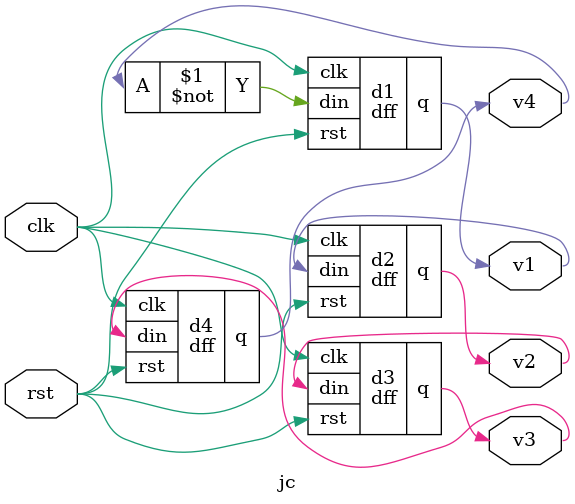
<source format=v>
`timescale 1ns / 1ps

/*
Design D-flipflop and reuse it to implement 4-bit Johnson Counter. 
Share your Verilog Code, RTL Schematic and Simulation Waveform for 4-bit Johnson Counter using Structural Modeling Style.
*/

module dff(
    input din, clk, rst,
    output reg q, q_bar
    );
    
    always@(posedge clk)
    begin
        if(rst == 1'b1)
            q <= 0;
        else
            q <= din;
            q_bar <= ~q;
    end
    
endmodule

module jc(
    input clk, rst,
    output wire v1,v2,v3, v4
    );
    
    dff d1(~v4, clk, rst, v1);
    dff d2(v1, clk, rst, v2);
    dff d3(v2, clk, rst, v3);
    dff d4(v3, clk, rst, v4);
    
endmodule
</source>
